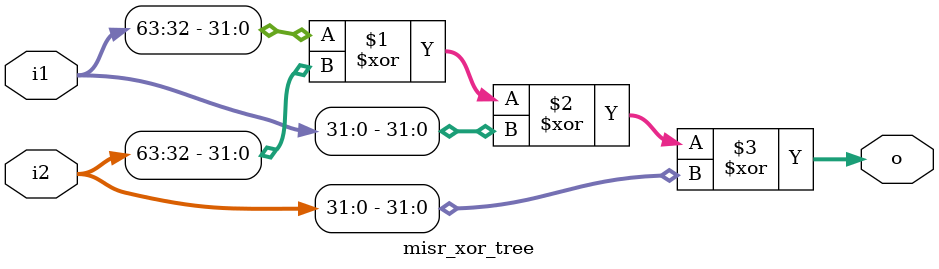
<source format=v>
module misr_xor_tree (
    input wire [63:0] i1,
    input wire [63:0] i2,
    output wire [31:0] o
);

assign o = i1[63:32] ^ i2 [63:32] ^ i1[31:0] ^ i2[31:0];

endmodule
</source>
